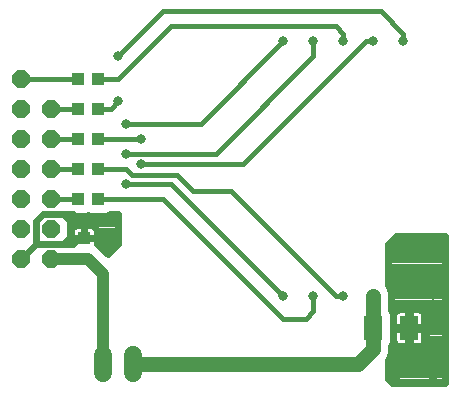
<source format=gbl>
G75*
%MOIN*%
%OFA0B0*%
%FSLAX25Y25*%
%IPPOS*%
%LPD*%
%AMOC8*
5,1,8,0,0,1.08239X$1,22.5*
%
%ADD10R,0.05906X0.07874*%
%ADD11C,0.06000*%
%ADD12R,0.03937X0.04331*%
%ADD13OC8,0.06000*%
%ADD14R,0.04252X0.04134*%
%ADD15C,0.03175*%
%ADD16C,0.02400*%
%ADD17C,0.04000*%
%ADD18C,0.05000*%
%ADD19C,0.01600*%
D10*
X0132094Y0323250D03*
X0143906Y0323250D03*
D11*
X0042000Y0314250D02*
X0042000Y0308250D01*
X0052000Y0308250D02*
X0052000Y0314250D01*
D12*
X0040346Y0366250D03*
X0033654Y0366250D03*
X0033654Y0376250D03*
X0040346Y0376250D03*
X0040346Y0386250D03*
X0033654Y0386250D03*
X0033654Y0396250D03*
X0040346Y0396250D03*
X0040346Y0406250D03*
X0033654Y0406250D03*
D13*
X0024500Y0396250D03*
X0024500Y0386250D03*
X0024500Y0376250D03*
X0024500Y0366250D03*
X0024500Y0356250D03*
X0024500Y0346250D03*
X0014500Y0346250D03*
X0014500Y0356250D03*
X0014500Y0366250D03*
X0014500Y0376250D03*
X0014500Y0386250D03*
X0014500Y0396250D03*
X0014500Y0406250D03*
D14*
X0035500Y0353195D03*
X0035500Y0346305D03*
D15*
X0040000Y0353250D03*
X0044500Y0352750D03*
X0044500Y0359750D03*
X0038500Y0359750D03*
X0032000Y0359750D03*
X0049500Y0371250D03*
X0054500Y0377750D03*
X0049500Y0381250D03*
X0054500Y0386250D03*
X0049500Y0391250D03*
X0047000Y0398750D03*
X0047000Y0413750D03*
X0102000Y0418750D03*
X0112000Y0418750D03*
X0122000Y0418750D03*
X0132000Y0418750D03*
X0142000Y0418750D03*
X0142000Y0349250D03*
X0152000Y0349250D03*
X0152000Y0334250D03*
X0149500Y0326750D03*
X0149500Y0323250D03*
X0149500Y0319750D03*
X0152000Y0307250D03*
X0139500Y0307250D03*
X0132000Y0330750D03*
X0132000Y0333750D03*
X0122000Y0333750D03*
X0112000Y0333750D03*
X0102000Y0333750D03*
D16*
X0137000Y0337377D02*
X0137000Y0351250D01*
X0139500Y0353750D01*
X0155821Y0353750D01*
X0155821Y0304850D01*
X0138400Y0304850D01*
X0137000Y0306250D01*
X0137000Y0312623D01*
X0137171Y0312795D01*
X0138100Y0315037D01*
X0138100Y0317276D01*
X0138647Y0318597D01*
X0138647Y0327903D01*
X0138100Y0329224D01*
X0138100Y0334963D01*
X0137171Y0337205D01*
X0137000Y0337377D01*
X0137483Y0336453D02*
X0155821Y0336453D01*
X0155821Y0338851D02*
X0137000Y0338851D01*
X0137000Y0341250D02*
X0155821Y0341250D01*
X0155821Y0343649D02*
X0137000Y0343649D01*
X0137000Y0346047D02*
X0155821Y0346047D01*
X0155821Y0348446D02*
X0137000Y0348446D01*
X0137000Y0350844D02*
X0155821Y0350844D01*
X0155821Y0353243D02*
X0138993Y0353243D01*
X0138100Y0334054D02*
X0155821Y0334054D01*
X0155821Y0331656D02*
X0138100Y0331656D01*
X0138100Y0329257D02*
X0140180Y0329257D01*
X0140104Y0329237D02*
X0139602Y0328947D01*
X0139192Y0328538D01*
X0138903Y0328036D01*
X0138753Y0327477D01*
X0138753Y0323526D01*
X0143629Y0323526D01*
X0143629Y0322974D01*
X0138753Y0322974D01*
X0138753Y0319023D01*
X0138903Y0318464D01*
X0139192Y0317962D01*
X0139602Y0317553D01*
X0140104Y0317263D01*
X0140663Y0317113D01*
X0143629Y0317113D01*
X0143629Y0322974D01*
X0144182Y0322974D01*
X0144182Y0323526D01*
X0149058Y0323526D01*
X0149058Y0327477D01*
X0148908Y0328036D01*
X0148619Y0328538D01*
X0148209Y0328947D01*
X0147707Y0329237D01*
X0147148Y0329387D01*
X0144182Y0329387D01*
X0144182Y0323526D01*
X0143629Y0323526D01*
X0143629Y0329387D01*
X0140663Y0329387D01*
X0140104Y0329237D01*
X0138753Y0326859D02*
X0138647Y0326859D01*
X0138647Y0324460D02*
X0138753Y0324460D01*
X0138753Y0322062D02*
X0138647Y0322062D01*
X0138647Y0319663D02*
X0138753Y0319663D01*
X0138100Y0317265D02*
X0140100Y0317265D01*
X0138029Y0314866D02*
X0155821Y0314866D01*
X0155821Y0312468D02*
X0137000Y0312468D01*
X0137000Y0310069D02*
X0155821Y0310069D01*
X0155821Y0307671D02*
X0137000Y0307671D01*
X0137978Y0305272D02*
X0155821Y0305272D01*
X0155821Y0317265D02*
X0147711Y0317265D01*
X0147707Y0317263D02*
X0148209Y0317553D01*
X0148619Y0317962D01*
X0148908Y0318464D01*
X0149058Y0319023D01*
X0149058Y0322974D01*
X0144182Y0322974D01*
X0144182Y0317113D01*
X0147148Y0317113D01*
X0147707Y0317263D01*
X0149058Y0319663D02*
X0155821Y0319663D01*
X0155821Y0322062D02*
X0149058Y0322062D01*
X0149058Y0324460D02*
X0155821Y0324460D01*
X0155821Y0326859D02*
X0149058Y0326859D01*
X0147631Y0329257D02*
X0155821Y0329257D01*
X0144182Y0329257D02*
X0143629Y0329257D01*
X0143629Y0326859D02*
X0144182Y0326859D01*
X0144182Y0324460D02*
X0143629Y0324460D01*
X0143629Y0322062D02*
X0144182Y0322062D01*
X0144182Y0319663D02*
X0143629Y0319663D01*
X0143629Y0317265D02*
X0144182Y0317265D01*
X0047000Y0351250D02*
X0043460Y0347710D01*
X0041747Y0349422D01*
X0040172Y0350997D01*
X0040035Y0351054D01*
X0039826Y0351263D01*
X0039826Y0353195D01*
X0039826Y0355551D01*
X0039676Y0356111D01*
X0039386Y0356613D01*
X0038977Y0357022D01*
X0038475Y0357312D01*
X0037916Y0357462D01*
X0035500Y0357462D01*
X0035500Y0353195D01*
X0035500Y0353195D01*
X0035500Y0357462D01*
X0033084Y0357462D01*
X0032525Y0357312D01*
X0032023Y0357022D01*
X0031614Y0356613D01*
X0031324Y0356111D01*
X0031174Y0355551D01*
X0031174Y0353195D01*
X0035500Y0353195D01*
X0033945Y0353195D01*
X0032000Y0351250D01*
X0019500Y0351250D01*
X0019500Y0358750D01*
X0022000Y0361250D01*
X0032000Y0361250D01*
X0030969Y0360485D02*
X0036338Y0360485D01*
X0037000Y0360759D01*
X0037662Y0360485D01*
X0043031Y0360485D01*
X0044354Y0361033D01*
X0044571Y0361250D01*
X0047000Y0361250D01*
X0047000Y0351250D01*
X0046594Y0350844D02*
X0040326Y0350844D01*
X0039826Y0353195D02*
X0035500Y0353195D01*
X0039826Y0353195D01*
X0039826Y0353243D02*
X0047000Y0353243D01*
X0047000Y0355641D02*
X0039802Y0355641D01*
X0035500Y0355641D02*
X0035500Y0355641D01*
X0035500Y0353243D02*
X0035500Y0353243D01*
X0035500Y0353195D02*
X0035500Y0353195D01*
X0035500Y0353195D01*
X0031174Y0353195D01*
X0031174Y0351850D01*
X0029434Y0351850D01*
X0031100Y0353516D01*
X0031100Y0358984D01*
X0028834Y0361250D01*
X0029429Y0361250D01*
X0029646Y0361033D01*
X0030969Y0360485D01*
X0029646Y0360438D02*
X0047000Y0360438D01*
X0047000Y0358040D02*
X0031100Y0358040D01*
X0031100Y0355641D02*
X0031198Y0355641D01*
X0031174Y0353243D02*
X0030826Y0353243D01*
X0032055Y0346305D02*
X0032000Y0346250D01*
X0032055Y0346305D02*
X0035500Y0346305D01*
X0042724Y0348446D02*
X0044196Y0348446D01*
X0028834Y0361250D02*
X0028834Y0361250D01*
X0019500Y0351250D02*
X0014500Y0346250D01*
D17*
X0024500Y0346250D02*
X0032000Y0346250D01*
X0037000Y0346250D01*
X0042000Y0341250D01*
X0042000Y0311250D01*
X0132000Y0321250D02*
X0132094Y0321344D01*
X0132094Y0323250D01*
D18*
X0132000Y0321250D02*
X0132000Y0316250D01*
X0127000Y0311250D01*
X0052000Y0311250D01*
X0132000Y0321250D02*
X0132000Y0333750D01*
D19*
X0122000Y0333750D02*
X0119500Y0333750D01*
X0084500Y0368750D01*
X0072000Y0368750D01*
X0066500Y0374250D01*
X0051500Y0374250D01*
X0049500Y0376250D01*
X0040346Y0376250D01*
X0033654Y0376250D02*
X0024500Y0376250D01*
X0024500Y0386250D02*
X0033654Y0386250D01*
X0040346Y0386250D02*
X0054500Y0386250D01*
X0049500Y0391250D02*
X0074500Y0391250D01*
X0102000Y0418750D01*
X0112000Y0418750D02*
X0112000Y0413750D01*
X0079500Y0381250D01*
X0049500Y0381250D01*
X0054500Y0377750D02*
X0088500Y0377750D01*
X0129500Y0418750D01*
X0132000Y0418750D01*
X0142000Y0418750D02*
X0142000Y0421250D01*
X0134500Y0428750D01*
X0062000Y0428750D01*
X0047000Y0413750D01*
X0047000Y0406250D02*
X0040346Y0406250D01*
X0047000Y0406250D02*
X0064500Y0423750D01*
X0119500Y0423750D01*
X0122000Y0421250D01*
X0122000Y0418750D01*
X0064500Y0371250D02*
X0102000Y0333750D01*
X0102000Y0326250D02*
X0062000Y0366250D01*
X0040346Y0366250D01*
X0033654Y0366250D02*
X0024500Y0366250D01*
X0024500Y0396250D02*
X0033654Y0396250D01*
X0040346Y0396250D02*
X0044500Y0396250D01*
X0047000Y0398750D01*
X0033654Y0406250D02*
X0014500Y0406250D01*
X0049500Y0371250D02*
X0064500Y0371250D01*
X0102000Y0326250D02*
X0109500Y0326250D01*
X0112000Y0328750D01*
X0112000Y0333750D01*
M02*

</source>
